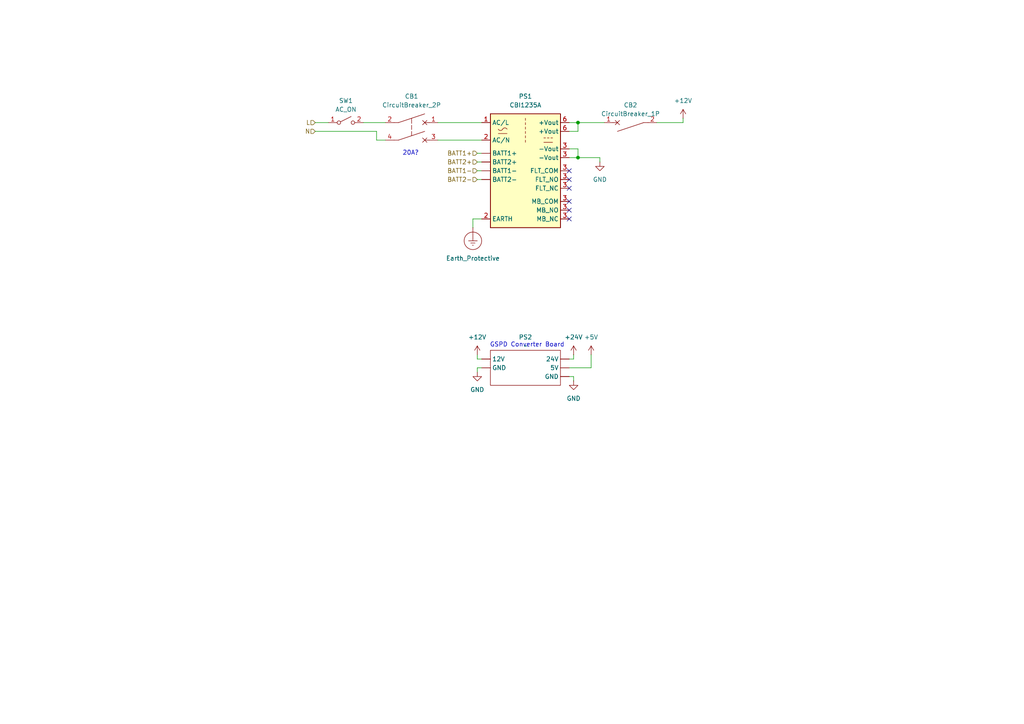
<source format=kicad_sch>
(kicad_sch (version 20231120) (generator "eeschema") (generator_version "8.0")
  (paper "A4")
  (lib_symbols
    (symbol "Device:CircuitBreaker_1P"
      (property "Reference" "CB" (at 1.905 0 0))
      (property "Value" "CircuitBreaker_1P" (at 1.905 1.905 0))
      (symbol "CircuitBreaker_1P_0_1"
        (polyline (pts (xy 0 -5.08) (xy 0 -3.81)))
        (polyline (pts (xy 0 -3.81) (xy -2.54 3.81)))
      )
      (symbol "CircuitBreaker_1P_1_1"
        (polyline (pts (xy -0.635 4.445) (xy 0.635 3.175)))
        (polyline (pts (xy 0 5.08) (xy 0 3.81)))
        (polyline (pts (xy 0.635 4.445) (xy -0.635 3.175)))
        (pin passive line (at 0 7.62 270) (length 2.54) (name "~") (number "1"))
        (pin passive line (at 0 -7.62 90) (length 2.54) (name "~") (number "2"))
      )
    )
    (symbol "Device:CircuitBreaker_2P"
      (property "Reference" "CB" (at 3.81 0 0))
      (property "Value" "CircuitBreaker_2P" (at 3.81 2.54 0))
      (symbol "CircuitBreaker_2P_0_1"
        (polyline (pts (xy -3.81 0) (xy -2.286 0)))
        (polyline (pts (xy -2.54 -3.81) (xy -5.08 3.81)))
        (polyline (pts (xy -1.778 0) (xy -0.508 0)))
        (polyline (pts (xy 0 0) (xy 1.27 0)))
        (polyline (pts (xy 2.54 -5.08) (xy 2.54 -3.81)))
        (polyline (pts (xy 2.54 -3.81) (xy 0 3.81)))
      )
      (symbol "CircuitBreaker_2P_1_1"
        (polyline (pts (xy -3.175 4.445) (xy -1.905 3.175)))
        (polyline (pts (xy -2.54 -3.81) (xy -2.54 -5.08)))
        (polyline (pts (xy -2.54 5.08) (xy -2.54 3.81)))
        (polyline (pts (xy -1.905 4.445) (xy -3.175 3.175)))
        (polyline (pts (xy 1.905 4.445) (xy 3.175 3.175)))
        (polyline (pts (xy 2.54 5.08) (xy 2.54 3.81)))
        (polyline (pts (xy 3.175 4.445) (xy 1.905 3.175)))
        (pin passive line (at -2.54 7.62 270) (length 2.54) (name "~") (number "1"))
        (pin passive line (at -2.54 -7.62 90) (length 2.54) (name "~") (number "2"))
        (pin passive line (at 2.54 7.62 270) (length 2.54) (name "~") (number "3"))
        (pin passive line (at 2.54 -7.62 90) (length 2.54) (name "~") (number "4"))
      )
    )
    (symbol "Switch:SW_SPST" (pin_names (offset 0) hide)
      (property "Reference" "SW" (at 0 3.175 0))
      (property "Value" "SW_SPST" (at 0 -2.54 0))
      (symbol "SW_SPST_0_0"
        (circle (center -2.032 0) (radius 0.508))
        (polyline (pts (xy -1.524 0.254) (xy 1.524 1.778)))
        (circle (center 2.032 0) (radius 0.508))
      )
      (symbol "SW_SPST_1_1"
        (pin passive line (at -5.08 0 0) (length 2.54) (name "A") (number "1"))
        (pin passive line (at 5.08 0 180) (length 2.54) (name "B") (number "2"))
      )
    )
    (symbol "automedon:CBI12xA"
      (property "Reference" "PS1" (at 0 8.636 0))
      (property "Value" "CBI12xA" (at 0 6.096 0))
      (symbol "CBI12xA_0_1"
        (rectangle (start -10.16 5.08) (end 10.16 -27.94) (stroke (width 0.254)) (fill (type background)))
        (arc (start -7.874 0.635) (mid -7.239 0.2495) (end -6.604 0.635))
        (arc (start -5.334 0.635) (mid -5.969 1.0072) (end -6.604 0.635))
        (polyline (pts (xy -7.874 -0.635) (xy -5.334 -0.635)))
        (polyline (pts (xy 0 -2.54) (xy 0 -3.175)))
        (polyline (pts (xy 0 -1.27) (xy 0 -1.905)))
        (polyline (pts (xy 0 0) (xy 0 -0.635)))
        (polyline (pts (xy 0 1.27) (xy 0 0.635)))
        (polyline (pts (xy 0 2.54) (xy 0 1.905)))
        (polyline (pts (xy 0 3.81) (xy 0 3.175)))
        (polyline (pts (xy 5.334 -3.175) (xy 7.874 -3.175)))
        (polyline (pts (xy 5.334 -1.905) (xy 5.842 -1.905)))
        (polyline (pts (xy 6.35 -1.905) (xy 6.858 -1.905)))
        (polyline (pts (xy 7.366 -1.905) (xy 7.874 -1.905)))
      )
      (symbol "CBI12xA_1_1"
        (pin unspecified line (at -12.7 -6.35 0) (length 2.54) (name "BATT1+") (number ""))
        (pin unspecified line (at -12.7 -11.43 0) (length 2.54) (name "BATT1-") (number ""))
        (pin unspecified line (at -12.7 -8.89 0) (length 2.54) (name "BATT2+") (number ""))
        (pin unspecified line (at -12.7 -13.97 0) (length 2.54) (name "BATT2-") (number ""))
        (pin power_in line (at -12.7 2.54 0) (length 2.54) (name "AC/L") (number "1"))
        (pin power_in line (at -12.7 -2.54 0) (length 2.54) (name "AC/N") (number "2"))
        (pin unspecified line (at -12.7 -25.4 0) (length 2.54) (name "EARTH") (number "2"))
        (pin power_out line (at 12.7 -7.62 180) (length 2.54) (name "-Vout") (number "3"))
        (pin power_out line (at 12.7 -5.08 180) (length 2.54) (name "-Vout") (number "3"))
        (pin power_out line (at 12.7 -11.43 180) (length 2.54) (name "FLT_COM") (number "3"))
        (pin power_out line (at 12.7 -16.51 180) (length 2.54) (name "FLT_NC") (number "3"))
        (pin power_out line (at 12.7 -13.97 180) (length 2.54) (name "FLT_NO") (number "3"))
        (pin power_out line (at 12.7 -20.32 180) (length 2.54) (name "MB_COM") (number "3"))
        (pin power_out line (at 12.7 -25.4 180) (length 2.54) (name "MB_NC") (number "3"))
        (pin power_out line (at 12.7 -22.86 180) (length 2.54) (name "MB_NO") (number "3"))
        (pin power_out line (at 12.7 0 180) (length 2.54) (name "+Vout") (number "6"))
        (pin power_out line (at 12.7 2.54 180) (length 2.54) (name "+Vout") (number "6"))
      )
    )
    (symbol "automedon:CONV_BOARD"
      (property "Reference" "PS" (at 0 0 0))
      (symbol "CONV_BOARD_0_1"
        (rectangle (start -10.16 -2.54) (end 10.16 -12.7))
      )
      (symbol "CONV_BOARD_1_1"
        (pin power_out line (at -12.7 -5.08 0) (length 2.54) (name "12V") (number ""))
        (pin power_out line (at 12.7 -5.08 180) (length 2.54) (name "24V") (number ""))
        (pin power_out line (at 12.7 -7.62 180) (length 2.54) (name "5V") (number ""))
        (pin power_out line (at -12.7 -7.62 0) (length 2.54) (name "GND") (number ""))
        (pin power_out line (at 12.7 -10.16 180) (length 2.54) (name "GND") (number ""))
      )
    )
    (symbol "power:+12V" (power) (pin_numbers hide) (pin_names (offset 0) hide)
      (property "Value" "+12V" (at 0 3.556 0))
      (symbol "+12V_0_1"
        (polyline (pts (xy -0.762 1.27) (xy 0 2.54)))
        (polyline (pts (xy 0 0) (xy 0 2.54)))
        (polyline (pts (xy 0 2.54) (xy 0.762 1.27)))
      )
      (symbol "+12V_1_1"
        (pin power_in line (at 0 0 90) (length 0) (name "~") (number "1"))
      )
    )
    (symbol "power:+24V" (power) (pin_numbers hide) (pin_names (offset 0) hide)
      (property "Value" "+24V" (at 0 3.556 0))
      (symbol "+24V_0_1"
        (polyline (pts (xy -0.762 1.27) (xy 0 2.54)))
        (polyline (pts (xy 0 0) (xy 0 2.54)))
        (polyline (pts (xy 0 2.54) (xy 0.762 1.27)))
      )
      (symbol "+24V_1_1"
        (pin power_in line (at 0 0 90) (length 0) (name "~") (number "1"))
      )
    )
    (symbol "power:+5V" (power) (pin_numbers hide) (pin_names (offset 0) hide)
      (property "Value" "+5V" (at 0 3.556 0))
      (symbol "+5V_0_1"
        (polyline (pts (xy -0.762 1.27) (xy 0 2.54)))
        (polyline (pts (xy 0 0) (xy 0 2.54)))
        (polyline (pts (xy 0 2.54) (xy 0.762 1.27)))
      )
      (symbol "+5V_1_1"
        (pin power_in line (at 0 0 90) (length 0) (name "~") (number "1"))
      )
    )
    (symbol "power:Earth_Protective" (power) (pin_numbers hide) (pin_names (offset 0) hide)
      (property "Value" "Earth_Protective" (at 0 -7.62 0))
      (symbol "Earth_Protective_0_1"
        (circle (center 0 -3.81) (radius 2.54))
        (polyline (pts (xy -0.635 -4.445) (xy 0.635 -4.445)))
        (polyline (pts (xy -0.127 -5.08) (xy 0.127 -5.08)))
        (polyline (pts (xy 0 -3.81) (xy 0 0)))
        (polyline (pts (xy 1.27 -3.81) (xy -1.27 -3.81)))
      )
      (symbol "Earth_Protective_1_1"
        (pin power_in line (at 0 0 270) (length 0) (name "~") (number "1"))
      )
    )
    (symbol "power:GND" (power) (pin_numbers hide) (pin_names (offset 0) hide)
      (property "Value" "GND" (at 0 -3.81 0))
      (symbol "GND_0_1"
        (polyline (pts (xy 0 0) (xy 0 -1.27) (xy 1.27 -1.27) (xy 0 -2.54) (xy -1.27 -1.27) (xy 0 -1.27)))
      )
      (symbol "GND_1_1"
        (pin power_in line (at 0 0 270) (length 0) (name "~") (number "1"))
      )
    )
  )
  (junction (at 167.64 35.56))
  (junction (at 167.64 45.72))
  (no_connect (at 165.1 49.53))
  (no_connect (at 165.1 58.42))
  (no_connect (at 165.1 60.96))
  (no_connect (at 165.1 63.5))
  (no_connect (at 165.1 52.07))
  (no_connect (at 165.1 54.61))
  (wire (pts (xy 105.41 35.56) (xy 111.76 35.56)))
  (wire (pts (xy 138.43 44.45) (xy 139.7 44.45)))
  (wire (pts (xy 137.16 63.5) (xy 137.16 66.04)))
  (wire (pts (xy 109.22 40.64) (xy 111.76 40.64)))
  (wire (pts (xy 190.5 35.56) (xy 198.12 35.56)))
  (wire (pts (xy 165.1 35.56) (xy 167.64 35.56)))
  (wire (pts (xy 138.43 49.53) (xy 139.7 49.53)))
  (wire (pts (xy 91.44 38.1) (xy 109.22 38.1)))
  (wire (pts (xy 91.44 35.56) (xy 95.25 35.56)))
  (wire (pts (xy 165.1 43.18) (xy 167.64 43.18)))
  (wire (pts (xy 173.99 45.72) (xy 173.99 46.99)))
  (wire (pts (xy 138.43 106.68) (xy 138.43 107.95)))
  (wire (pts (xy 166.37 109.22) (xy 166.37 110.49)))
  (wire (pts (xy 167.64 38.1) (xy 167.64 35.56)))
  (wire (pts (xy 165.1 104.14) (xy 166.37 104.14)))
  (wire (pts (xy 138.43 104.14) (xy 139.7 104.14)))
  (wire (pts (xy 139.7 106.68) (xy 138.43 106.68)))
  (wire (pts (xy 167.64 35.56) (xy 175.26 35.56)))
  (wire (pts (xy 167.64 43.18) (xy 167.64 45.72)))
  (wire (pts (xy 127 35.56) (xy 139.7 35.56)))
  (wire (pts (xy 198.12 35.56) (xy 198.12 34.29)))
  (wire (pts (xy 127 40.64) (xy 139.7 40.64)))
  (wire (pts (xy 165.1 106.68) (xy 171.45 106.68)))
  (wire (pts (xy 138.43 46.99) (xy 139.7 46.99)))
  (wire (pts (xy 167.64 45.72) (xy 173.99 45.72)))
  (wire (pts (xy 166.37 104.14) (xy 166.37 102.87)))
  (wire (pts (xy 138.43 52.07) (xy 139.7 52.07)))
  (wire (pts (xy 109.22 38.1) (xy 109.22 40.64)))
  (wire (pts (xy 138.43 102.87) (xy 138.43 104.14)))
  (wire (pts (xy 171.45 106.68) (xy 171.45 102.87)))
  (wire (pts (xy 165.1 45.72) (xy 167.64 45.72)))
  (wire (pts (xy 165.1 109.22) (xy 166.37 109.22)))
  (wire (pts (xy 139.7 63.5) (xy 137.16 63.5)))
  (wire (pts (xy 165.1 38.1) (xy 167.64 38.1)))
  (text "20A?" (at 119.126 44.45 0) (effects (font (size 1.27 1.27))))
  (text "GSPD Converter Board" (at 152.908 100.076 0) (effects (font (size 1.27 1.27))))
  (hierarchical_label "BATT1-" (shape input) (at 138.43 49.53 180))
  (hierarchical_label "BATT2+" (shape input) (at 138.43 46.99 180))
  (hierarchical_label "L" (shape input) (at 91.44 35.56 180))
  (hierarchical_label "N" (shape input) (at 91.44 38.1 180))
  (hierarchical_label "BATT2-" (shape input) (at 138.43 52.07 180))
  (hierarchical_label "BATT1+" (shape input) (at 138.43 44.45 180))
  (symbol (lib_id "Device:CircuitBreaker_1P") (at 182.88 35.56 90) (unit 1)
    (property "Reference" "CB2" (at 182.88 30.48 90))
    (property "Value" "CircuitBreaker_1P" (at 182.88 33.02 90))
    (property "Description" "Single pole circuit breaker" (effects (hide yes)))
  )
  (symbol (lib_id "power:GND") (at 166.37 110.49 0) (unit 1)
    (property "Reference" "#PWR014" (effects (hide yes)))
    (property "Value" "GND" (at 166.37 115.57 0))
    (property "Description" "Power symbol creates a global label with name \"GND\" , ground" (effects (hide yes)))
  )
  (symbol (lib_id "power:+24V") (at 166.37 102.87 0) (unit 1)
    (property "Reference" "#PWR015" (effects (hide yes)))
    (property "Value" "+24V" (at 166.37 97.79 0))
    (property "Description" "Power symbol creates a global label with name \"+24V\"" (effects (hide yes)))
  )
  (symbol (lib_id "power:+12V") (at 138.43 102.87 0) (unit 1)
    (property "Reference" "#PWR04" (effects (hide yes)))
    (property "Value" "+12V" (at 138.43 97.79 0))
    (property "Description" "Power symbol creates a global label with name \"+12V\"" (effects (hide yes)))
  )
  (symbol (lib_id "Switch:SW_SPST") (at 100.33 35.56 0) (unit 1)
    (property "Reference" "SW1" (at 100.33 29.21 0))
    (property "Value" "AC_ON" (at 100.33 31.75 0))
    (property "Description" "Single Pole Single Throw (SPST) switch" (effects (hide yes)))
  )
  (symbol (lib_id "power:GND") (at 138.43 107.95 0) (unit 1)
    (property "Reference" "#PWR05" (effects (hide yes)))
    (property "Value" "GND" (at 138.43 113.03 0))
    (property "Description" "Power symbol creates a global label with name \"GND\" , ground" (effects (hide yes)))
  )
  (symbol (lib_id "power:+5V") (at 171.45 102.87 0) (unit 1)
    (property "Reference" "#PWR016" (effects (hide yes)))
    (property "Value" "+5V" (at 171.45 97.79 0))
    (property "Description" "Power symbol creates a global label with name \"+5V\"" (effects (hide yes)))
  )
  (symbol (lib_id "power:GND") (at 173.99 46.99 0) (unit 1)
    (property "Reference" "#PWR03" (effects (hide yes)))
    (property "Value" "GND" (at 173.99 52.07 0))
    (property "Description" "Power symbol creates a global label with name \"GND\" , ground" (effects (hide yes)))
  )
  (symbol (lib_id "automedon:CONV_BOARD") (at 152.4 99.06 0) (unit 1)
    (property "Reference" "PS2" (at 152.4 97.79 0))
    (property "Value" "~" (at 152.4 100.33 0))
  )
  (symbol (lib_id "Device:CircuitBreaker_2P") (at 119.38 38.1 270) (unit 1)
    (property "Reference" "CB1" (at 119.38 27.94 90))
    (property "Value" "CircuitBreaker_2P" (at 119.38 30.48 90))
    (property "Description" "Double pole circuit breaker" (effects (hide yes)))
  )
  (symbol (lib_id "automedon:CBI12xA") (at 152.4 38.1 0) (unit 1)
    (property "Reference" "PS1" (at 152.4 27.94 0))
    (property "Value" "CBI1235A" (at 152.4 30.48 0))
    (property "Datasheet" "https://www.automationdirect.com/adc/shopping/catalog/power_products_(electrical)/dc_power_supplies/din_rail_mount/psa-12-75" (effects (hide yes)))
    (property "Description" "Compact AC/DC board mount power module 30W 12V" (effects (hide yes)))
  )
  (symbol (lib_id "power:+12V") (at 198.12 34.29 0) (unit 1)
    (property "Reference" "#PWR02" (effects (hide yes)))
    (property "Value" "+12V" (at 198.12 29.21 0))
    (property "Description" "Power symbol creates a global label with name \"+12V\"" (effects (hide yes)))
  )
  (symbol (lib_id "power:Earth_Protective") (at 137.16 66.04 0) (unit 1)
    (property "Reference" "#PWR06" (effects (hide yes)))
    (property "Value" "Earth_Protective" (at 137.16 74.93 0))
    (property "Description" "Power symbol creates a global label with name \"Earth_Protective\"" (effects (hide yes)))
  )
)
</source>
